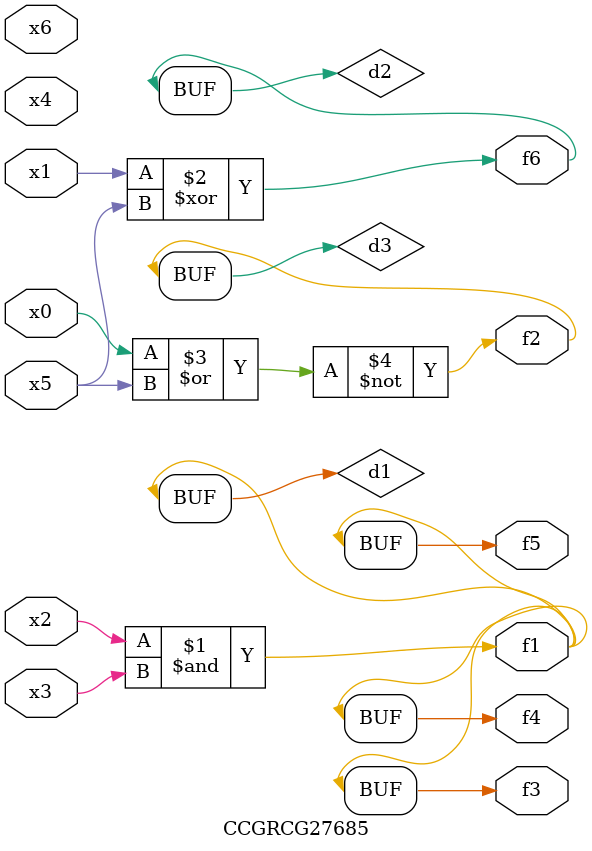
<source format=v>
module CCGRCG27685(
	input x0, x1, x2, x3, x4, x5, x6,
	output f1, f2, f3, f4, f5, f6
);

	wire d1, d2, d3;

	and (d1, x2, x3);
	xor (d2, x1, x5);
	nor (d3, x0, x5);
	assign f1 = d1;
	assign f2 = d3;
	assign f3 = d1;
	assign f4 = d1;
	assign f5 = d1;
	assign f6 = d2;
endmodule

</source>
